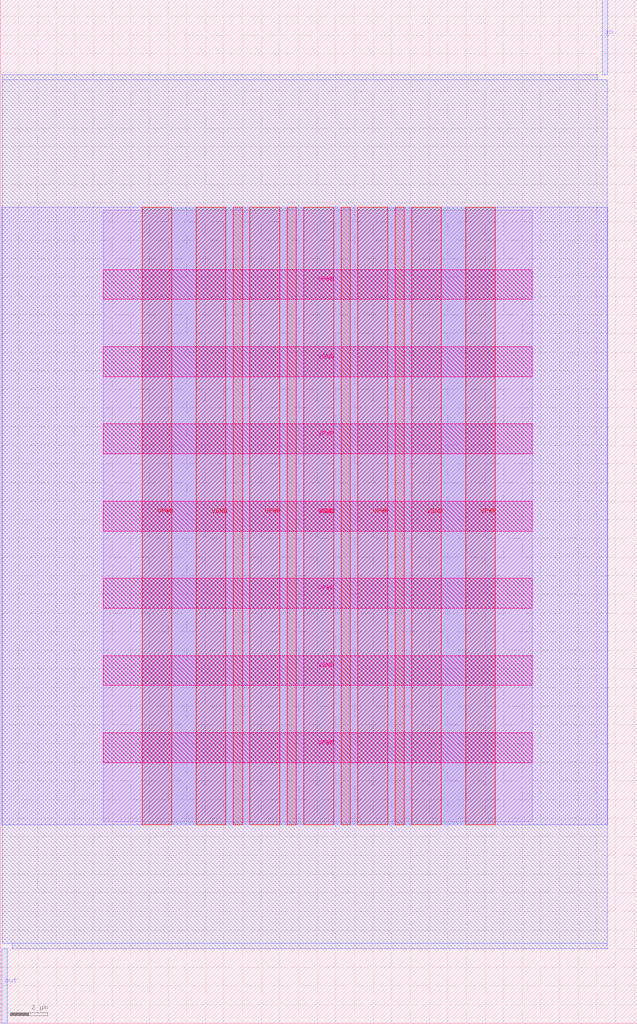
<source format=lef>
VERSION 5.7 ;
  NOWIREEXTENSIONATPIN ON ;
  DIVIDERCHAR "/" ;
  BUSBITCHARS "[]" ;
MACRO inverter
  CLASS BLOCK ;
  FOREIGN inverter ;
  ORIGIN 0.000 0.000 ;
  SIZE 34.165 BY 54.885 ;
  PIN VGND
    DIRECTION INPUT ;
    USE GROUND ;
    PORT
      LAYER met5 ;
        RECT 5.520 18.120 28.520 19.720 ;
    END
    PORT
      LAYER met5 ;
        RECT 5.520 26.400 28.520 28.000 ;
    END
    PORT
      LAYER met5 ;
        RECT 5.520 34.685 28.520 36.285 ;
    END
    PORT
      LAYER met4 ;
        RECT 10.505 10.640 12.105 43.760 ;
    END
    PORT
      LAYER met4 ;
        RECT 16.285 10.640 17.885 43.760 ;
    END
    PORT
      LAYER met4 ;
        RECT 22.065 10.640 23.665 43.760 ;
    END
  END VGND
  PIN VPWR
    DIRECTION INPUT ;
    USE POWER ;
    PORT
      LAYER met5 ;
        RECT 5.520 13.980 28.520 15.580 ;
    END
    PORT
      LAYER met5 ;
        RECT 5.520 22.260 28.520 23.860 ;
    END
    PORT
      LAYER met5 ;
        RECT 5.520 30.545 28.520 32.145 ;
    END
    PORT
      LAYER met5 ;
        RECT 5.520 38.825 28.520 40.425 ;
    END
    PORT
      LAYER met4 ;
        RECT 7.610 10.640 9.210 43.760 ;
    END
    PORT
      LAYER met4 ;
        RECT 13.395 10.640 14.995 43.760 ;
    END
    PORT
      LAYER met4 ;
        RECT 19.175 10.640 20.775 43.760 ;
    END
    PORT
      LAYER met4 ;
        RECT 24.955 10.640 26.555 43.760 ;
    END
  END VPWR
  PIN in
    DIRECTION INPUT ;
    USE SIGNAL ;
    PORT
      LAYER met2 ;
        RECT 32.290 50.885 32.570 54.885 ;
    END
  END in
  PIN out
    DIRECTION OUTPUT TRISTATE ;
    USE SIGNAL ;
    PORT
      LAYER met2 ;
        RECT 0.090 0.000 0.370 4.000 ;
    END
  END out
  OBS
      LAYER li1 ;
        RECT 5.520 10.795 28.520 43.605 ;
      LAYER met1 ;
        RECT 0.070 10.640 32.590 43.760 ;
      LAYER met2 ;
        RECT 0.100 50.605 32.010 50.885 ;
        RECT 0.100 4.280 32.560 50.605 ;
        RECT 0.650 4.000 32.560 4.280 ;
      LAYER met3 ;
        RECT 7.610 10.715 26.555 43.685 ;
      LAYER met4 ;
        RECT 12.505 10.640 12.995 43.760 ;
        RECT 15.395 10.640 15.885 43.760 ;
        RECT 18.285 10.640 18.775 43.760 ;
        RECT 21.175 10.640 21.665 43.760 ;
  END
END inverter
END LIBRARY


</source>
